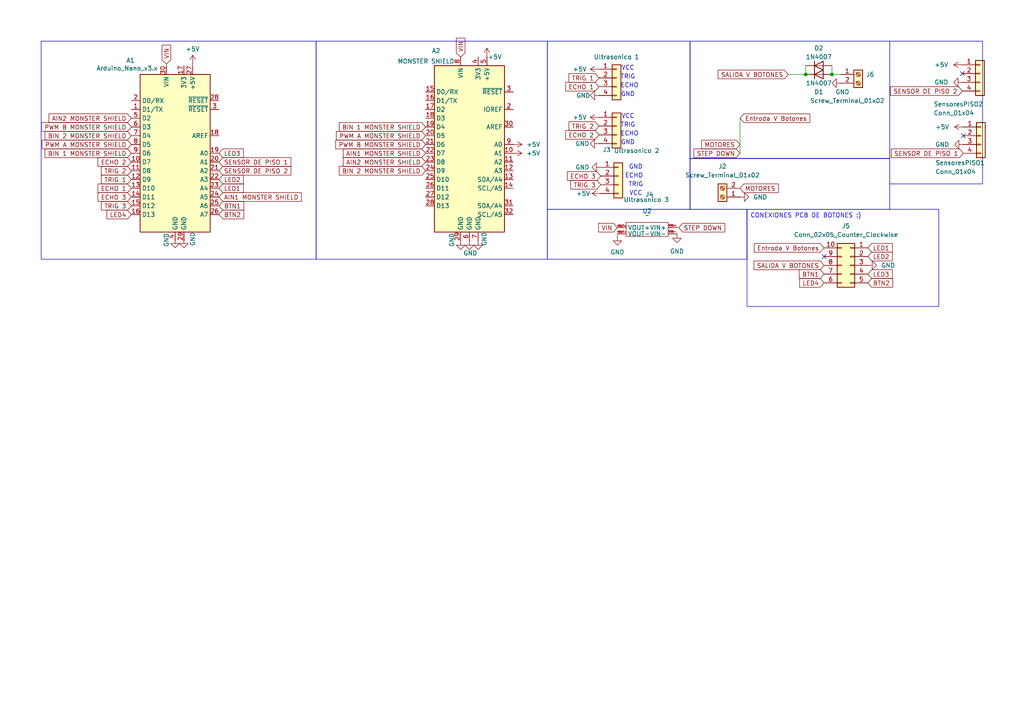
<source format=kicad_sch>
(kicad_sch (version 20231120) (generator "eeschema") (generator_version "8.0")
  (paper "A4")
  (lib_symbols
    (symbol "Conn_01x04_1" (pin_names (offset 1.016) hide)
      (property "Reference" "J" (at 0 5.08 0))
      (property "Value" "Conn_01x04" (at 0 -7.62 0))
      (symbol "Conn_01x04_1_1_1"
        (rectangle (start -1.27 -4.953) (end 0 -5.207) (stroke (width 0.1524)))
        (rectangle (start -1.27 -2.413) (end 0 -2.667) (stroke (width 0.1524)))
        (rectangle (start -1.27 0.127) (end 0 -0.127) (stroke (width 0.1524)))
        (rectangle (start -1.27 2.667) (end 0 2.413) (stroke (width 0.1524)))
        (rectangle (start -1.27 3.81) (end 1.27 -6.35) (stroke (width 0.254)) (fill (type background)))
        (pin passive line (at -5.08 2.54 0) (length 3.81) (name "Pin_1") (number "1"))
        (pin passive line (at -5.08 0 0) (length 3.81) (name "Pin_2") (number "2"))
        (pin passive line (at -5.08 -2.54 0) (length 3.81) (name "Pin_3") (number "3"))
        (pin passive line (at -5.08 -5.08 0) (length 3.81) (name "Pin_4") (number "4"))
      )
    )
    (symbol "Connector:Screw_Terminal_01x02" (pin_names (offset 1.016) hide)
      (property "Reference" "J" (at 0 2.54 0))
      (property "Value" "Screw_Terminal_01x02" (at 0 -5.08 0))
      (symbol "Screw_Terminal_01x02_1_1"
        (rectangle (start -1.27 1.27) (end 1.27 -3.81) (stroke (width 0.254)) (fill (type background)))
        (circle (center 0 -2.54) (radius 0.635) (stroke (width 0.1524)))
        (polyline (pts (xy -0.5334 -2.2098) (xy 0.3302 -3.048)) (stroke (width 0.1524)))
        (polyline (pts (xy -0.5334 0.3302) (xy 0.3302 -0.508)) (stroke (width 0.1524)))
        (polyline (pts (xy -0.3556 -2.032) (xy 0.508 -2.8702)) (stroke (width 0.1524)))
        (polyline (pts (xy -0.3556 0.508) (xy 0.508 -0.3302)) (stroke (width 0.1524)))
        (circle (center 0 0) (radius 0.635) (stroke (width 0.1524)))
        (pin passive line (at -5.08 0 0) (length 3.81) (name "Pin_1") (number "1"))
        (pin passive line (at -5.08 -2.54 0) (length 3.81) (name "Pin_2") (number "2"))
      )
    )
    (symbol "Connector_Generic:Conn_01x04" (pin_names (offset 1.016) hide)
      (property "Reference" "J1" (at -1.016 5.08 0))
      (property "Value" "Ultrasonico" (at -5.842 -7.62 0))
      (symbol "Conn_01x04_1_1"
        (rectangle (start -1.27 -4.953) (end 0 -5.207) (stroke (width 0.1524)))
        (rectangle (start -1.27 -2.413) (end 0 -2.667) (stroke (width 0.1524)))
        (rectangle (start -1.27 0.127) (end 0 -0.127) (stroke (width 0.1524)))
        (rectangle (start -1.27 2.667) (end 0 2.413) (stroke (width 0.1524)))
        (rectangle (start -1.27 3.81) (end 1.27 -6.35) (stroke (width 0.254)) (fill (type background)))
        (pin passive line (at -5.08 2.54 0) (length 3.81) (name "Pin_1") (number "1"))
        (pin passive line (at -5.08 0 0) (length 3.81) (name "Pin_2") (number "2"))
        (pin passive line (at -5.08 -2.54 0) (length 3.81) (name "Pin_3") (number "3"))
        (pin passive line (at -5.08 -5.08 0) (length 3.81) (name "Pin_4") (number "4"))
      )
    )
    (symbol "Connector_Generic:Conn_02x05_Counter_Clockwise" (pin_names (offset 1.016) hide)
      (property "Reference" "J" (at 1.27 7.62 0))
      (property "Value" "Conn_02x05_Counter_Clockwise" (at 1.27 -7.62 0))
      (symbol "Conn_02x05_Counter_Clockwise_1_1"
        (rectangle (start -1.27 -4.953) (end 0 -5.207) (stroke (width 0.1524)))
        (rectangle (start -1.27 -2.413) (end 0 -2.667) (stroke (width 0.1524)))
        (rectangle (start -1.27 0.127) (end 0 -0.127) (stroke (width 0.1524)))
        (rectangle (start -1.27 2.667) (end 0 2.413) (stroke (width 0.1524)))
        (rectangle (start -1.27 5.207) (end 0 4.953) (stroke (width 0.1524)))
        (rectangle (start -1.27 6.35) (end 3.81 -6.35) (stroke (width 0.254)) (fill (type background)))
        (rectangle (start 3.81 -4.953) (end 2.54 -5.207) (stroke (width 0.1524)))
        (rectangle (start 3.81 -2.413) (end 2.54 -2.667) (stroke (width 0.1524)))
        (rectangle (start 3.81 0.127) (end 2.54 -0.127) (stroke (width 0.1524)))
        (rectangle (start 3.81 2.667) (end 2.54 2.413) (stroke (width 0.1524)))
        (rectangle (start 3.81 5.207) (end 2.54 4.953) (stroke (width 0.1524)))
        (pin passive line (at -5.08 5.08 0) (length 3.81) (name "Pin_1") (number "1"))
        (pin passive line (at 7.62 5.08 180) (length 3.81) (name "Pin_10") (number "10"))
        (pin passive line (at -5.08 2.54 0) (length 3.81) (name "Pin_2") (number "2"))
        (pin passive line (at -5.08 0 0) (length 3.81) (name "Pin_3") (number "3"))
        (pin passive line (at -5.08 -2.54 0) (length 3.81) (name "Pin_4") (number "4"))
        (pin passive line (at -5.08 -5.08 0) (length 3.81) (name "Pin_5") (number "5"))
        (pin passive line (at 7.62 -5.08 180) (length 3.81) (name "Pin_6") (number "6"))
        (pin passive line (at 7.62 -2.54 180) (length 3.81) (name "Pin_7") (number "7"))
        (pin passive line (at 7.62 0 180) (length 3.81) (name "Pin_8") (number "8"))
        (pin passive line (at 7.62 2.54 180) (length 3.81) (name "Pin_9") (number "9"))
      )
    )
    (symbol "Diode:1N4007" (pin_numbers hide) (pin_names hide)
      (property "Reference" "D" (at 0 2.54 0))
      (property "Value" "1N4007" (at 0 -2.54 0))
      (symbol "1N4007_0_1"
        (polyline (pts (xy -1.27 1.27) (xy -1.27 -1.27)) (stroke (width 0.254)))
        (polyline (pts (xy 1.27 0) (xy -1.27 0)))
        (polyline (pts (xy 1.27 1.27) (xy 1.27 -1.27) (xy -1.27 0) (xy 1.27 1.27)) (stroke (width 0.254)))
      )
      (symbol "1N4007_1_1"
        (pin passive line (at -3.81 0 0) (length 2.54) (name "K") (number "1"))
        (pin passive line (at 3.81 0 180) (length 2.54) (name "A") (number "2"))
      )
    )
    (symbol "MCU_Module:Arduino_Nano_v3.x"
      (property "Reference" "A" (at -10.16 23.495 0))
      (property "Value" "Arduino_Nano_v3.x" (at 5.08 -24.13 0))
      (symbol "Arduino_Nano_v3.x_0_1"
        (rectangle (start -10.16 22.86) (end 10.16 -22.86) (stroke (width 0.254)) (fill (type background)))
      )
      (symbol "Arduino_Nano_v3.x_1_1"
        (pin bidirectional line (at -12.7 12.7 0) (length 2.54) (name "D1/TX") (number "1"))
        (pin bidirectional line (at -12.7 -2.54 0) (length 2.54) (name "D7") (number "10"))
        (pin bidirectional line (at -12.7 -5.08 0) (length 2.54) (name "D8") (number "11"))
        (pin bidirectional line (at -12.7 -7.62 0) (length 2.54) (name "D9") (number "12"))
        (pin bidirectional line (at -12.7 -10.16 0) (length 2.54) (name "D10") (number "13"))
        (pin bidirectional line (at -12.7 -12.7 0) (length 2.54) (name "D11") (number "14"))
        (pin bidirectional line (at -12.7 -15.24 0) (length 2.54) (name "D12") (number "15"))
        (pin bidirectional line (at -12.7 -17.78 0) (length 2.54) (name "D13") (number "16"))
        (pin power_out line (at 2.54 25.4 270) (length 2.54) (name "3V3") (number "17"))
        (pin input line (at 12.7 5.08 180) (length 2.54) (name "AREF") (number "18"))
        (pin bidirectional line (at 12.7 0 180) (length 2.54) (name "A0") (number "19"))
        (pin bidirectional line (at -12.7 15.24 0) (length 2.54) (name "D0/RX") (number "2"))
        (pin bidirectional line (at 12.7 -2.54 180) (length 2.54) (name "A1") (number "20"))
        (pin bidirectional line (at 12.7 -5.08 180) (length 2.54) (name "A2") (number "21"))
        (pin bidirectional line (at 12.7 -7.62 180) (length 2.54) (name "A3") (number "22"))
        (pin bidirectional line (at 12.7 -10.16 180) (length 2.54) (name "A4") (number "23"))
        (pin bidirectional line (at 12.7 -12.7 180) (length 2.54) (name "A5") (number "24"))
        (pin bidirectional line (at 12.7 -15.24 180) (length 2.54) (name "A6") (number "25"))
        (pin bidirectional line (at 12.7 -17.78 180) (length 2.54) (name "A7") (number "26"))
        (pin power_out line (at 5.08 25.4 270) (length 2.54) (name "+5V") (number "27"))
        (pin input line (at 12.7 15.24 180) (length 2.54) (name "~{RESET}") (number "28"))
        (pin power_in line (at 2.54 -25.4 90) (length 2.54) (name "GND") (number "29"))
        (pin input line (at 12.7 12.7 180) (length 2.54) (name "~{RESET}") (number "3"))
        (pin power_in line (at -2.54 25.4 270) (length 2.54) (name "VIN") (number "30"))
        (pin power_in line (at 0 -25.4 90) (length 2.54) (name "GND") (number "4"))
        (pin bidirectional line (at -12.7 10.16 0) (length 2.54) (name "D2") (number "5"))
        (pin bidirectional line (at -12.7 7.62 0) (length 2.54) (name "D3") (number "6"))
        (pin bidirectional line (at -12.7 5.08 0) (length 2.54) (name "D4") (number "7"))
        (pin bidirectional line (at -12.7 2.54 0) (length 2.54) (name "D5") (number "8"))
        (pin bidirectional line (at -12.7 0 0) (length 2.54) (name "D6") (number "9"))
      )
    )
    (symbol "MCU_Module:Arduino_UNO_R3"
      (property "Reference" "A" (at -10.16 23.495 0))
      (property "Value" "Arduino_UNO_R3" (at 5.08 -26.67 0))
      (symbol "Arduino_UNO_R3_0_1"
        (rectangle (start -10.16 22.86) (end 10.16 -25.4) (stroke (width 0.254)) (fill (type background)))
      )
      (symbol "Arduino_UNO_R3_1_1"
        (pin no_connect line (at -10.16 -20.32 0) (length 2.54) hide (name "NC") (number "1"))
        (pin bidirectional line (at 12.7 -2.54 180) (length 2.54) (name "A1") (number "10"))
        (pin bidirectional line (at 12.7 -5.08 180) (length 2.54) (name "A2") (number "11"))
        (pin bidirectional line (at 12.7 -7.62 180) (length 2.54) (name "A3") (number "12"))
        (pin bidirectional line (at 12.7 -10.16 180) (length 2.54) (name "SDA/A4") (number "13"))
        (pin bidirectional line (at 12.7 -12.7 180) (length 2.54) (name "SCL/A5") (number "14"))
        (pin bidirectional line (at -12.7 15.24 0) (length 2.54) (name "D0/RX") (number "15"))
        (pin bidirectional line (at -12.7 12.7 0) (length 2.54) (name "D1/TX") (number "16"))
        (pin bidirectional line (at -12.7 10.16 0) (length 2.54) (name "D2") (number "17"))
        (pin bidirectional line (at -12.7 7.62 0) (length 2.54) (name "D3") (number "18"))
        (pin bidirectional line (at -12.7 5.08 0) (length 2.54) (name "D4") (number "19"))
        (pin output line (at 12.7 10.16 180) (length 2.54) (name "IOREF") (number "2"))
        (pin bidirectional line (at -12.7 2.54 0) (length 2.54) (name "D5") (number "20"))
        (pin bidirectional line (at -12.7 0 0) (length 2.54) (name "D6") (number "21"))
        (pin bidirectional line (at -12.7 -2.54 0) (length 2.54) (name "D7") (number "22"))
        (pin bidirectional line (at -12.7 -5.08 0) (length 2.54) (name "D8") (number "23"))
        (pin bidirectional line (at -12.7 -7.62 0) (length 2.54) (name "D9") (number "24"))
        (pin bidirectional line (at -12.7 -10.16 0) (length 2.54) (name "D10") (number "25"))
        (pin bidirectional line (at -12.7 -12.7 0) (length 2.54) (name "D11") (number "26"))
        (pin bidirectional line (at -12.7 -15.24 0) (length 2.54) (name "D12") (number "27"))
        (pin bidirectional line (at -12.7 -17.78 0) (length 2.54) (name "D13") (number "28"))
        (pin power_in line (at -2.54 -27.94 90) (length 2.54) (name "GND") (number "29"))
        (pin input line (at 12.7 15.24 180) (length 2.54) (name "~{RESET}") (number "3"))
        (pin input line (at 12.7 5.08 180) (length 2.54) (name "AREF") (number "30"))
        (pin bidirectional line (at 12.7 -17.78 180) (length 2.54) (name "SDA/A4") (number "31"))
        (pin bidirectional line (at 12.7 -20.32 180) (length 2.54) (name "SCL/A5") (number "32"))
        (pin power_out line (at 2.54 25.4 270) (length 2.54) (name "3V3") (number "4"))
        (pin power_out line (at 5.08 25.4 270) (length 2.54) (name "+5V") (number "5"))
        (pin power_in line (at 0 -27.94 90) (length 2.54) (name "GND") (number "6"))
        (pin power_in line (at 2.54 -27.94 90) (length 2.54) (name "GND") (number "7"))
        (pin power_in line (at -2.54 25.4 270) (length 2.54) (name "VIN") (number "8"))
        (pin bidirectional line (at 12.7 0 180) (length 2.54) (name "A0") (number "9"))
      )
    )
    (symbol "Mt3608:LM2596"
      (property "Reference" "U" (at 0 3.81 0))
      (symbol "LM2596_0_1"
        (rectangle (start -6.096 2.794) (end 6.096 -1.27))
      )
      (symbol "LM2596_1_1"
        (pin input line (at 8.636 1.27 180) (length 2.54) (name "VIN+") (number "VIN+"))
        (pin input line (at 8.636 -0.508 180) (length 2.54) (name "VIN-") (number "VIN-"))
        (pin input line (at -8.636 1.27 0) (length 2.54) (name "VOUT+") (number "VOUT+"))
        (pin input line (at -8.636 -0.508 0) (length 2.54) (name "VOUT-") (number "VOUT-"))
      )
    )
    (symbol "power:+5V" (power) (pin_numbers hide) (pin_names (offset 0) hide)
      (property "Value" "+5V" (at 0 3.556 0))
      (symbol "+5V_0_1"
        (polyline (pts (xy -0.762 1.27) (xy 0 2.54)))
        (polyline (pts (xy 0 0) (xy 0 2.54)))
        (polyline (pts (xy 0 2.54) (xy 0.762 1.27)))
      )
      (symbol "+5V_1_1"
        (pin power_in line (at 0 0 90) (length 0) (name "~") (number "1"))
      )
    )
    (symbol "power:GND" (power) (pin_numbers hide) (pin_names (offset 0) hide)
      (property "Value" "GND" (at 0 -3.81 0))
      (symbol "GND_0_1"
        (polyline (pts (xy 0 0) (xy 0 -1.27) (xy 1.27 -1.27) (xy 0 -2.54) (xy -1.27 -1.27) (xy 0 -1.27)))
      )
      (symbol "GND_1_1"
        (pin power_in line (at 0 0 270) (length 0) (name "~") (number "1"))
      )
    )
  )
  (junction (at 233.68 21.59))
  (junction (at 241.3 21.59))
  (no_connect (at 239.014 74.422))
  (no_connect (at 279.146 21.336))
  (no_connect (at 279.4 39.37))
  (wire (pts (xy 50.8 69.85) (xy 50.8 69.342)))
  (wire (pts (xy 196.85 66.04) (xy 196.342 66.04)))
  (wire (pts (xy 233.68 19.05) (xy 233.68 21.59)))
  (wire (pts (xy 241.3 19.05) (xy 241.3 21.59)))
  (wire (pts (xy 55.88 19.05) (xy 55.88 18.542)))
  (wire (pts (xy 241.3 21.59) (xy 243.84 21.59)))
  (wire (pts (xy 214.63 34.29) (xy 214.63 44.45)))
  (wire (pts (xy 53.34 69.85) (xy 53.34 69.342)))
  (wire (pts (xy 179.07 67.818) (xy 179.07 68.58)))
  (wire (pts (xy 228.6 21.59) (xy 233.68 21.59)))
  (wire (pts (xy 48.26 19.05) (xy 48.26 18.542)))
  (rectangle (start 200.152 45.974) (end 258.064 60.706))
  (rectangle (start 11.938 11.938) (end 91.694 75.184))
  (rectangle (start 91.694 11.938) (end 158.75 75.184))
  (rectangle (start 200.152 11.938) (end 258.064 45.974))
  (rectangle (start 158.75 60.706) (end 216.662 75.184))
  (rectangle (start 258.064 11.938) (end 284.988 53.34))
  (rectangle (start 158.75 11.938) (end 200.152 60.706))
  (text_box "CONEXIONES PCB DE BOTONES :)" (at 216.662 60.706 0) (size 55.626 28.194) (effects (font (size 1.27 1.27)) (justify left top)))
  (text "ECHO" (at 183.896 51.054 0) (effects (font (size 1.27 1.27))))
  (text "TRIG" (at 182.118 22.352 0) (effects (font (size 1.27 1.27))))
  (text "GND" (at 184.404 48.514 0) (effects (font (size 1.27 1.27))))
  (text "VCC\n" (at 182.118 19.812 0) (effects (font (size 1.27 1.27))))
  (text "VCC\n" (at 184.404 56.134 0) (effects (font (size 1.27 1.27))))
  (text "TRIG" (at 182.118 36.322 0) (effects (font (size 1.27 1.27))))
  (text "ECHO" (at 182.626 38.862 0) (effects (font (size 1.27 1.27))))
  (text "TRIG" (at 184.404 53.594 0) (effects (font (size 1.27 1.27))))
  (text "ECHO" (at 182.626 24.892 0) (effects (font (size 1.27 1.27))))
  (text "GND" (at 182.118 27.432 0) (effects (font (size 1.27 1.27))))
  (text "VCC\n" (at 182.118 33.782 0) (effects (font (size 1.27 1.27))))
  (text "GND" (at 182.118 41.402 0) (effects (font (size 1.27 1.27))))
  (global_label "TRIG 3" (shape input) (at 174.244 53.594 180) (property "Intersheetrefs" "${INTERSHEET_REFS}" (effects (hide yes))))
  (global_label "LED4" (shape input) (at 38.1 62.23 180) (property "Intersheetrefs" "${INTERSHEET_REFS}" (effects (hide yes))))
  (global_label "SENSOR DE PISO 1" (shape input) (at 63.5 46.99 0) (property "Intersheetrefs" "${INTERSHEET_REFS}" (effects (hide yes))))
  (global_label "Entroda V Botones" (shape input) (at 214.63 34.29 0) (property "Intersheetrefs" "${INTERSHEET_REFS}" (effects (hide yes))))
  (global_label "TRIG 3" (shape input) (at 38.1 59.69 180) (property "Intersheetrefs" "${INTERSHEET_REFS}" (effects (hide yes))))
  (global_label "ECHO 1" (shape input) (at 173.736 25.146 180) (property "Intersheetrefs" "${INTERSHEET_REFS}" (effects (hide yes))))
  (global_label "BIN 1 MONSTER SHIELD" (shape input) (at 123.444 36.83 180) (property "Intersheetrefs" "${INTERSHEET_REFS}" (effects (hide yes))))
  (global_label "BIN 2 MONSTER SHIELD" (shape input) (at 38.1 39.37 180) (property "Intersheetrefs" "${INTERSHEET_REFS}" (effects (hide yes))))
  (global_label "ECHO 2" (shape input) (at 38.1 46.99 180) (property "Intersheetrefs" "${INTERSHEET_REFS}" (effects (hide yes))))
  (global_label "SENSOR DE PISO 2" (shape input) (at 63.5 49.53 0) (property "Intersheetrefs" "${INTERSHEET_REFS}" (effects (hide yes))))
  (global_label "LED2" (shape input) (at 63.5 52.07 0) (property "Intersheetrefs" "${INTERSHEET_REFS}" (effects (hide yes))))
  (global_label "VIN" (shape input) (at 48.26 18.542 90) (property "Intersheetrefs" "${INTERSHEET_REFS}" (effects (hide yes))))
  (global_label "STEP DOWN" (shape input) (at 214.63 44.45 180) (property "Intersheetrefs" "${INTERSHEET_REFS}" (effects (hide yes))))
  (global_label "AIN1 MONSTER SHIELD" (shape input) (at 63.5 57.15 0) (property "Intersheetrefs" "${INTERSHEET_REFS}" (effects (hide yes))))
  (global_label "Entroda V Botones" (shape input) (at 239.014 71.882 180) (property "Intersheetrefs" "${INTERSHEET_REFS}" (effects (hide yes))))
  (global_label "SENSOR DE PISO 1" (shape input) (at 279.4 44.45 180) (property "Intersheetrefs" "${INTERSHEET_REFS}" (effects (hide yes))))
  (global_label "VIN" (shape input) (at 179.07 66.04 180) (property "Intersheetrefs" "${INTERSHEET_REFS}" (effects (hide yes))))
  (global_label "PWM B MONSTER SHIELD" (shape input) (at 38.1 36.83 180) (property "Intersheetrefs" "${INTERSHEET_REFS}" (effects (hide yes))))
  (global_label "BTN2" (shape input) (at 251.714 82.042 0) (property "Intersheetrefs" "${INTERSHEET_REFS}" (effects (hide yes))))
  (global_label "PWM A MONSTER SHIELD" (shape input) (at 123.444 39.37 180) (property "Intersheetrefs" "${INTERSHEET_REFS}" (effects (hide yes))))
  (global_label "ECHO 3" (shape input) (at 174.244 51.054 180) (property "Intersheetrefs" "${INTERSHEET_REFS}" (effects (hide yes))))
  (global_label "LED4" (shape input) (at 239.014 82.042 180) (property "Intersheetrefs" "${INTERSHEET_REFS}" (effects (hide yes))))
  (global_label "SENSOR DE PISO 2" (shape input) (at 279.146 26.416 180) (property "Intersheetrefs" "${INTERSHEET_REFS}" (effects (hide yes))))
  (global_label "SALIDA V BOTONES" (shape input) (at 239.014 76.962 180) (property "Intersheetrefs" "${INTERSHEET_REFS}" (effects (hide yes))))
  (global_label "TRIG 1" (shape input) (at 173.736 22.606 180) (property "Intersheetrefs" "${INTERSHEET_REFS}" (effects (hide yes))))
  (global_label "ECHO 1" (shape input) (at 38.1 54.61 180) (property "Intersheetrefs" "${INTERSHEET_REFS}" (effects (hide yes))))
  (global_label "LED2" (shape input) (at 251.714 74.422 0) (property "Intersheetrefs" "${INTERSHEET_REFS}" (effects (hide yes))))
  (global_label "LED1" (shape input) (at 251.714 71.882 0) (property "Intersheetrefs" "${INTERSHEET_REFS}" (effects (hide yes))))
  (global_label "LED3" (shape input) (at 63.5 44.45 0) (property "Intersheetrefs" "${INTERSHEET_REFS}" (effects (hide yes))))
  (global_label "ECHO 2" (shape input) (at 173.736 39.116 180) (property "Intersheetrefs" "${INTERSHEET_REFS}" (effects (hide yes))))
  (global_label "LED3" (shape input) (at 251.714 79.502 0) (property "Intersheetrefs" "${INTERSHEET_REFS}" (effects (hide yes))))
  (global_label "TRIG 2" (shape input) (at 38.1 49.53 180) (property "Intersheetrefs" "${INTERSHEET_REFS}" (effects (hide yes))))
  (global_label "PWM B MONSTER SHIELD" (shape input) (at 123.444 41.91 180) (property "Intersheetrefs" "${INTERSHEET_REFS}" (effects (hide yes))))
  (global_label "TRIG 1" (shape input) (at 38.1 52.07 180) (property "Intersheetrefs" "${INTERSHEET_REFS}" (effects (hide yes))))
  (global_label "TRIG 2" (shape input) (at 173.736 36.576 180) (property "Intersheetrefs" "${INTERSHEET_REFS}" (effects (hide yes))))
  (global_label "AIN1 MONSTER SHIELD" (shape input) (at 123.444 44.45 180) (property "Intersheetrefs" "${INTERSHEET_REFS}" (effects (hide yes))))
  (global_label "SALIDA V BOTONES" (shape input) (at 228.6 21.59 180) (property "Intersheetrefs" "${INTERSHEET_REFS}" (effects (hide yes))))
  (global_label "VIN" (shape input) (at 133.604 16.51 90) (property "Intersheetrefs" "${INTERSHEET_REFS}" (effects (hide yes))))
  (global_label "MOTORES" (shape input) (at 214.63 54.61 0) (property "Intersheetrefs" "${INTERSHEET_REFS}" (effects (hide yes))))
  (global_label "STEP DOWN" (shape input) (at 196.85 66.04 0) (property "Intersheetrefs" "${INTERSHEET_REFS}" (effects (hide yes))))
  (global_label "BTN1" (shape input) (at 63.5 59.69 0) (property "Intersheetrefs" "${INTERSHEET_REFS}" (effects (hide yes))))
  (global_label "BIN 1 MONSTER SHIELD" (shape input) (at 38.1 44.45 180) (property "Intersheetrefs" "${INTERSHEET_REFS}" (effects (hide yes))))
  (global_label "PWM A MONSTER SHIELD" (shape input) (at 38.1 41.91 180) (property "Intersheetrefs" "${INTERSHEET_REFS}" (effects (hide yes))))
  (global_label "BTN1" (shape input) (at 239.014 79.502 180) (property "Intersheetrefs" "${INTERSHEET_REFS}" (effects (hide yes))))
  (global_label "AIN2 MONSTER SHIELD" (shape input) (at 123.444 46.99 180) (property "Intersheetrefs" "${INTERSHEET_REFS}" (effects (hide yes))))
  (global_label "BIN 2 MONSTER SHIELD" (shape input) (at 123.444 49.53 180) (property "Intersheetrefs" "${INTERSHEET_REFS}" (effects (hide yes))))
  (global_label "ECHO 3" (shape input) (at 38.1 57.15 180) (property "Intersheetrefs" "${INTERSHEET_REFS}" (effects (hide yes))))
  (global_label "BTN2" (shape input) (at 63.5 62.23 0) (property "Intersheetrefs" "${INTERSHEET_REFS}" (effects (hide yes))))
  (global_label "MOTORES" (shape input) (at 214.63 41.91 180) (property "Intersheetrefs" "${INTERSHEET_REFS}" (effects (hide yes))))
  (global_label "LED1" (shape input) (at 63.5 54.61 0) (property "Intersheetrefs" "${INTERSHEET_REFS}" (effects (hide yes))))
  (global_label "AIN2 MONSTER SHIELD" (shape input) (at 38.1 34.29 180) (property "Intersheetrefs" "${INTERSHEET_REFS}" (effects (hide yes))))
  (symbol (lib_id "power:GND") (at 196.342 67.818 0) (unit 1)
    (property "Reference" "#PWR017" (effects (hide yes)))
    (property "Value" "GND" (at 196.342 72.898 0))
    (property "Description" "Power symbol creates a global label with name \"GND\" , ground" (effects (hide yes)))
  )
  (symbol (lib_id "Connector_Generic:Conn_01x04") (at 178.816 22.606 0) (unit 1)
    (property "Reference" "J1" (at 63.5 -10.16 0))
    (property "Value" "Ultrasonico 1" (at 178.816 16.51 0))
    (property "Footprint" "Connector_Molex:Molex_KK-254_AE-6410-04A_1x04_P2.54mm_Vertical" (effects (hide yes)))
    (property "Description" "Generic connector, single row, 01x04, script generated (kicad-library-utils/schlib/autogen/connector/)" (effects (hide yes)))
  )
  (symbol (lib_id "power:GND") (at 251.714 76.962 90) (unit 1)
    (property "Reference" "#PWR01" (effects (hide yes)))
    (property "Value" "GND" (at 255.524 76.9619 90) (effects (justify right)))
    (property "Description" "Power symbol creates a global label with name \"GND\" , ground" (effects (hide yes)))
  )
  (symbol (lib_id "power:+5V") (at 55.88 18.542 0) (unit 1)
    (property "Reference" "#PWR05" (effects (hide yes)))
    (property "Value" "+5V" (at 55.88 14.224 0))
    (property "Description" "Power symbol creates a global label with name \"+5V\"" (effects (hide yes)))
  )
  (symbol (lib_id "power:GND") (at 279.146 23.876 270) (unit 1)
    (property "Reference" "#PWR028" (effects (hide yes)))
    (property "Value" "GND" (at 275.082 23.8759 90) (effects (justify right)))
    (property "Description" "Power symbol creates a global label with name \"GND\" , ground" (effects (hide yes)))
  )
  (symbol (lib_id "Diode:1N4007") (at 237.49 21.59 0) (unit 1)
    (property "Reference" "D1" (at 237.49 26.67 0))
    (property "Value" "1N4007" (at 237.49 24.13 0))
    (property "Footprint" "Diode_THT:D_DO-41_SOD81_P10.16mm_Horizontal" (effects (hide yes)))
    (property "Datasheet" "http://www.vishay.com/docs/88503/1n4001.pdf" (effects (hide yes)))
    (property "Description" "1000V 1A General Purpose Rectifier Diode, DO-41" (effects (hide yes)))
    (property "Sim.Device" "D" (effects (hide yes)))
    (property "Sim.Pins" "1=K 2=A" (effects (hide yes)))
  )
  (symbol (lib_id "power:+5V") (at 148.844 41.91 270) (unit 1)
    (property "Reference" "#PWR019" (effects (hide yes)))
    (property "Value" "+5V" (at 152.654 41.9099 90) (effects (justify left)))
    (property "Description" "Power symbol creates a global label with name \"+5V\"" (effects (hide yes)))
  )
  (symbol (lib_id "Connector_Generic:Conn_02x05_Counter_Clockwise") (at 246.634 76.962 0) (mirror y) (unit 1)
    (property "Reference" "J5" (at 245.364 65.532 0))
    (property "Value" "Conn_02x05_Counter_Clockwise" (at 245.364 68.072 0))
    (property "Footprint" "Connector_IDC:IDC-Header_2x05_P2.54mm_Vertical" (effects (hide yes)))
    (property "Description" "Generic connector, double row, 02x05, counter clockwise pin numbering scheme (similar to DIP package numbering), script generated (kicad-library-utils/schlib/autogen/connector/)" (effects (hide yes)))
  )
  (symbol (lib_id "power:GND") (at 173.736 41.656 270) (unit 1)
    (property "Reference" "#PWR013" (effects (hide yes)))
    (property "Value" "GND" (at 168.91 41.656 90))
    (property "Description" "Power symbol creates a global label with name \"GND\" , ground" (effects (hide yes)))
  )
  (symbol (lib_id "power:GND") (at 279.4 41.91 270) (unit 1)
    (property "Reference" "#PWR030" (effects (hide yes)))
    (property "Value" "GND" (at 275.336 41.9099 90) (effects (justify right)))
    (property "Description" "Power symbol creates a global label with name \"GND\" , ground" (effects (hide yes)))
  )
  (symbol (lib_id "power:GND") (at 133.604 69.85 0) (unit 1)
    (property "Reference" "#PWR07" (effects (hide yes)))
    (property "Value" "GND" (at 131.064 69.596 90))
    (property "Description" "Power symbol creates a global label with name \"GND\" , ground" (effects (hide yes)))
  )
  (symbol (lib_id "power:+5V") (at 173.736 20.066 90) (unit 1)
    (property "Reference" "#PWR016" (effects (hide yes)))
    (property "Value" "+5V" (at 170.18 20.0659 90) (effects (justify left)))
    (property "Description" "Power symbol creates a global label with name \"+5V\"" (effects (hide yes)))
  )
  (symbol (lib_id "power:+5V") (at 173.736 34.036 90) (unit 1)
    (property "Reference" "#PWR015" (effects (hide yes)))
    (property "Value" "+5V" (at 170.18 34.0359 90) (effects (justify left)))
    (property "Description" "Power symbol creates a global label with name \"+5V\"" (effects (hide yes)))
  )
  (symbol (lib_id "Mt3608:LM2596") (at 187.706 67.31 0) (unit 1)
    (property "Reference" "U2" (at 187.706 61.214 0))
    (property "Value" "~" (at 187.706 62.484 0))
    (property "Footprint" "Step Down:Step Down" (effects (hide yes)))
  )
  (symbol (lib_id "Connector_Generic:Conn_01x04") (at 178.816 36.576 0) (unit 1)
    (property "Reference" "J3" (at 174.752 43.434 0) (effects (justify left)))
    (property "Value" "Ultrasonico 2" (at 178.054 43.688 0) (effects (justify left)))
    (property "Footprint" "Connector_Molex:Molex_KK-254_AE-6410-04A_1x04_P2.54mm_Vertical" (effects (hide yes)))
    (property "Description" "Generic connector, single row, 01x04, script generated (kicad-library-utils/schlib/autogen/connector/)" (effects (hide yes)))
  )
  (symbol (lib_id "power:+5V") (at 174.244 56.134 90) (mirror x) (unit 1)
    (property "Reference" "#PWR010" (effects (hide yes)))
    (property "Value" "+5V" (at 171.196 56.134 90) (effects (justify left)))
    (property "Description" "Power symbol creates a global label with name \"+5V\"" (effects (hide yes)))
  )
  (symbol (lib_id "power:GND") (at 173.736 27.686 270) (unit 1)
    (property "Reference" "#PWR014" (effects (hide yes)))
    (property "Value" "GND" (at 169.164 27.686 90))
    (property "Description" "Power symbol creates a global label with name \"GND\" , ground" (effects (hide yes)))
  )
  (symbol (lib_id "Diode:1N4007") (at 237.49 19.05 0) (unit 1)
    (property "Reference" "D2" (at 237.49 13.97 0))
    (property "Value" "1N4007" (at 237.49 16.51 0))
    (property "Footprint" "Diode_THT:D_DO-41_SOD81_P10.16mm_Horizontal" (effects (hide yes)))
    (property "Datasheet" "http://www.vishay.com/docs/88503/1n4001.pdf" (effects (hide yes)))
    (property "Description" "1000V 1A General Purpose Rectifier Diode, DO-41" (effects (hide yes)))
    (property "Sim.Device" "D" (effects (hide yes)))
    (property "Sim.Pins" "1=K 2=A" (effects (hide yes)))
  )
  (symbol (lib_id "power:GND") (at 174.244 48.514 270) (mirror x) (unit 1)
    (property "Reference" "#PWR012" (effects (hide yes)))
    (property "Value" "GND" (at 168.91 48.514 90))
    (property "Description" "Power symbol creates a global label with name \"GND\" , ground" (effects (hide yes)))
  )
  (symbol (lib_id "power:GND") (at 179.07 68.58 0) (unit 1)
    (property "Reference" "#PWR021" (effects (hide yes)))
    (property "Value" "GND" (at 179.07 73.152 0))
    (property "Description" "Power symbol creates a global label with name \"GND\" , ground" (effects (hide yes)))
  )
  (symbol (lib_id "power:GND") (at 214.63 57.15 90) (unit 1)
    (property "Reference" "#PWR011" (effects (hide yes)))
    (property "Value" "GND" (at 218.44 57.1499 90) (effects (justify right)))
    (property "Description" "Power symbol creates a global label with name \"GND\" , ground" (effects (hide yes)))
  )
  (symbol (lib_id "power:GND") (at 136.144 69.85 0) (unit 1)
    (property "Reference" "#PWR08" (effects (hide yes)))
    (property "Value" "GND" (at 136.398 73.406 0))
    (property "Description" "Power symbol creates a global label with name \"GND\" , ground" (effects (hide yes)))
  )
  (symbol (lib_id "Connector:Screw_Terminal_01x02") (at 248.92 21.59 0) (unit 1)
    (property "Reference" "J6" (at 251.206 21.5899 0) (effects (justify left)))
    (property "Value" "Screw_Terminal_01x02" (at 234.95 29.21 0) (effects (justify left)))
    (property "Footprint" "Connector_AMASS:AMASS_XT60-M_1x02_P7.20mm_Vertical" (effects (hide yes)))
    (property "Description" "Generic screw terminal, single row, 01x02, script generated (kicad-library-utils/schlib/autogen/connector/)" (effects (hide yes)))
  )
  (symbol (lib_id "power:GND") (at 53.34 69.342 0) (unit 1)
    (property "Reference" "#PWR04" (effects (hide yes)))
    (property "Value" "GND" (at 55.88 69.342 90))
    (property "Description" "Power symbol creates a global label with name \"GND\" , ground" (effects (hide yes)))
  )
  (symbol (lib_id "power:+5V") (at 279.146 18.796 90) (unit 1)
    (property "Reference" "#PWR027" (effects (hide yes)))
    (property "Value" "+5V" (at 275.082 18.7959 90) (effects (justify left)))
    (property "Description" "Power symbol creates a global label with name \"+5V\"" (effects (hide yes)))
  )
  (symbol (lib_id "power:GND") (at 50.8 69.342 0) (unit 1)
    (property "Reference" "#PWR03" (effects (hide yes)))
    (property "Value" "GND" (at 48.26 69.596 90))
    (property "Description" "Power symbol creates a global label with name \"GND\" , ground" (effects (hide yes)))
  )
  (symbol (lib_id "Connector:Screw_Terminal_01x02") (at 209.55 57.15 180) (unit 1)
    (property "Reference" "J2" (at 209.55 48.26 0))
    (property "Value" "Screw_Terminal_01x02" (at 209.55 50.8 0))
    (property "Footprint" "TerminalBlock:TerminalBlock_bornier-2_P5.08mm" (effects (hide yes)))
    (property "Description" "Generic screw terminal, single row, 01x02, script generated (kicad-library-utils/schlib/autogen/connector/)" (effects (hide yes)))
  )
  (symbol (lib_id "power:GND") (at 138.684 69.85 0) (unit 1)
    (property "Reference" "#PWR09" (effects (hide yes)))
    (property "Value" "GND" (at 140.462 69.342 90))
    (property "Description" "Power symbol creates a global label with name \"GND\" , ground" (effects (hide yes)))
  )
  (symbol (lib_id "Connector_Generic:Conn_01x04") (at 179.324 51.054 0) (unit 1)
    (property "Reference" "J4" (at 187.198 56.388 0) (effects (justify left)))
    (property "Value" "Ultrasonico 3" (at 180.848 57.912 0) (effects (justify left)))
    (property "Footprint" "Connector_Molex:Molex_KK-254_AE-6410-04A_1x04_P2.54mm_Vertical" (effects (hide yes)))
    (property "Description" "Generic connector, single row, 01x04, script generated (kicad-library-utils/schlib/autogen/connector/)" (effects (hide yes)))
  )
  (symbol (lib_name "Conn_01x04_1") (lib_id "Connector_Generic:Conn_01x04") (at 284.226 21.336 0) (unit 1)
    (property "Reference" "SensoresPISO2" (at 270.764 30.226 0) (effects (justify left)))
    (property "Value" "Conn_01x04" (at 270.764 32.766 0) (effects (justify left)))
    (property "Footprint" "Connector_PinSocket_2.54mm:PinSocket_1x04_P2.54mm_Vertical" (effects (hide yes)))
    (property "Description" "Generic connector, single row, 01x04, script generated (kicad-library-utils/schlib/autogen/connector/)" (effects (hide yes)))
  )
  (symbol (lib_id "MCU_Module:Arduino_Nano_v3.x") (at 50.8 44.45 0) (unit 1)
    (property "Reference" "A1" (at 36.576 17.526 0) (effects (justify left)))
    (property "Value" "Arduino_Nano_v3.x" (at 27.94 19.812 0) (effects (justify left)))
    (property "Footprint" "Module:Arduino_Nano" (effects (hide yes)))
    (property "Datasheet" "http://www.mouser.com/pdfdocs/Gravitech_Arduino_Nano3_0.pdf" (effects (hide yes)))
    (property "Description" "Arduino Nano v3.x" (effects (hide yes)))
  )
  (symbol (lib_id "power:+5V") (at 279.4 36.83 90) (unit 1)
    (property "Reference" "#PWR029" (effects (hide yes)))
    (property "Value" "+5V" (at 275.336 36.8299 90) (effects (justify left)))
    (property "Description" "Power symbol creates a global label with name \"+5V\"" (effects (hide yes)))
  )
  (symbol (lib_name "Conn_01x04_1") (lib_id "Connector_Generic:Conn_01x04") (at 284.48 39.37 0) (unit 1)
    (property "Reference" "SensoresPISO1" (at 271.272 47.244 0) (effects (justify left)))
    (property "Value" "Conn_01x04" (at 271.272 49.784 0) (effects (justify left)))
    (property "Footprint" "Connector_Molex:Molex_KK-254_AE-6410-04A_1x04_P2.54mm_Vertical" (effects (hide yes)))
    (property "Description" "Generic connector, single row, 01x04, script generated (kicad-library-utils/schlib/autogen/connector/)" (effects (hide yes)))
  )
  (symbol (lib_id "MCU_Module:Arduino_UNO_R3") (at 136.144 41.91 0) (unit 1)
    (property "Reference" "A2" (at 125.222 14.732 0) (effects (justify left)))
    (property "Value" "MONSTER SHIELD" (at 115.316 17.78 0) (effects (justify left)))
    (property "Footprint" "Module:Arduino_UNO_R3" (effects (hide yes)))
    (property "Datasheet" "https://www.arduino.cc/en/Main/arduinoBoardUno" (effects (hide yes)))
    (property "Description" "Arduino UNO Microcontroller Module, release 3" (effects (hide yes)))
  )
  (symbol (lib_id "power:+5V") (at 148.844 44.45 270) (unit 1)
    (property "Reference" "#PWR018" (effects (hide yes)))
    (property "Value" "+5V" (at 152.654 44.4499 90) (effects (justify left)))
    (property "Description" "Power symbol creates a global label with name \"+5V\"" (effects (hide yes)))
  )
  (symbol (lib_id "power:GND") (at 243.84 24.13 270) (unit 1)
    (property "Reference" "#PWR02" (effects (hide yes)))
    (property "Value" "GND" (at 246.38 26.67 90) (effects (justify right)))
    (property "Description" "Power symbol creates a global label with name \"GND\" , ground" (effects (hide yes)))
  )
  (symbol (lib_id "power:+5V") (at 141.224 16.51 0) (unit 1)
    (property "Reference" "#PWR06" (effects (hide yes)))
    (property "Value" "+5V" (at 143.51 16.51 0))
    (property "Description" "Power symbol creates a global label with name \"+5V\"" (effects (hide yes)))
  )
)
</source>
